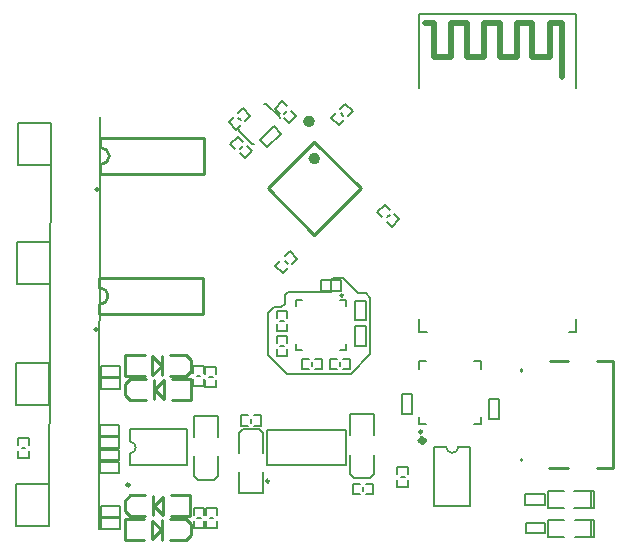
<source format=gto>
G04*
G04 #@! TF.GenerationSoftware,Altium Limited,Altium Designer,18.1.9 (240)*
G04*
G04 Layer_Color=65535*
%FSLAX25Y25*%
%MOIN*%
G70*
G01*
G75*
%ADD10C,0.00984*%
%ADD11C,0.01000*%
%ADD12C,0.00787*%
%ADD13C,0.01968*%
%ADD14C,0.02000*%
%ADD15C,0.00800*%
%ADD16C,0.00600*%
%ADD17C,0.00700*%
D10*
X-66008Y-130879D02*
G03*
X-66008Y-130879I-492J0D01*
G01*
X-65608Y-84179D02*
G03*
X-65608Y-84179I-492J0D01*
G01*
X42150Y-164971D02*
G03*
X42150Y-164971I-492J0D01*
G01*
X15784Y-119457D02*
G03*
X15784Y-119457I-394J0D01*
G01*
X-8823Y-181420D02*
G03*
X-8823Y-181420I-492J0D01*
G01*
D11*
X-65300Y-122587D02*
G03*
X-65393Y-116988I0J2800D01*
G01*
X-64900Y-75887D02*
G03*
X-64993Y-70288I0J2800D01*
G01*
X-55336Y-182700D02*
G03*
X-55336Y-182700I-510J0D01*
G01*
X-65623Y-125691D02*
X-30977D01*
X-65623Y-113683D02*
X-30977D01*
Y-125691D02*
Y-113683D01*
X-65623Y-125691D02*
Y-122689D01*
Y-116987D02*
Y-113683D01*
X-65223Y-78991D02*
X-30577D01*
X-65223Y-66983D02*
X-30577D01*
Y-78991D02*
Y-66983D01*
X-65223Y-78991D02*
Y-75989D01*
Y-70287D02*
Y-66983D01*
X-47245Y-189620D02*
X-44205Y-186580D01*
Y-192750D02*
Y-186580D01*
X-47405Y-189550D02*
X-44205Y-192750D01*
X-41596Y-193200D02*
X-35096D01*
X-41596Y-186200D02*
X-35096D01*
Y-193200D02*
Y-186200D01*
X-47405Y-192870D02*
Y-186390D01*
X-57046Y-187900D02*
X-55345Y-186200D01*
X-50095D01*
X-55345Y-193200D02*
X-50095D01*
X-57046Y-191500D02*
X-55345Y-193200D01*
X-57046Y-191500D02*
Y-187900D01*
X-47000Y-150820D02*
X-43960Y-147780D01*
Y-153950D02*
Y-147780D01*
X-47160Y-150750D02*
X-43960Y-153950D01*
X-41350Y-154400D02*
X-34850D01*
X-41350Y-147400D02*
X-34850D01*
Y-154400D02*
Y-147400D01*
X-47160Y-154070D02*
Y-147590D01*
X-56800Y-149100D02*
X-55100Y-147400D01*
X-49850D01*
X-55100Y-154400D02*
X-49850D01*
X-56800Y-152700D02*
X-55100Y-154400D01*
X-56800Y-152700D02*
Y-149100D01*
X-47840Y-200773D02*
X-44800Y-197733D01*
X-47840Y-200773D02*
Y-194603D01*
X-44640Y-197803D01*
X-56950Y-194153D02*
X-50450D01*
X-56950Y-201153D02*
X-50450D01*
X-56950D02*
Y-194153D01*
X-44640Y-200963D02*
Y-194483D01*
X-36700Y-201153D02*
X-35000Y-199453D01*
X-41950Y-201153D02*
X-36700D01*
X-41950Y-194153D02*
X-36700D01*
X-35000Y-195853D01*
Y-199453D02*
Y-195853D01*
X-47740Y-146020D02*
X-44700Y-142980D01*
X-47740Y-146020D02*
Y-139850D01*
X-44540Y-143050D01*
X-56850Y-139400D02*
X-50350D01*
X-56850Y-146400D02*
X-50350D01*
X-56850D02*
Y-139400D01*
X-44540Y-146210D02*
Y-139730D01*
X-36600Y-146400D02*
X-34900Y-144700D01*
X-41850Y-146400D02*
X-36600D01*
X-41850Y-139400D02*
X-36600D01*
X-34900Y-141100D01*
Y-144700D02*
Y-141100D01*
X84636Y-141357D02*
X90706D01*
X100384D02*
X105781D01*
X84611Y-177016D02*
X90731D01*
X74974Y-144266D02*
Y-144117D01*
Y-144610D02*
Y-144266D01*
Y-174483D02*
Y-173989D01*
X105781Y-177016D02*
Y-141357D01*
X100359Y-177016D02*
X105781D01*
X-9356Y-83800D02*
X6200Y-68244D01*
X21756Y-83800D01*
X6200Y-99356D02*
X21756Y-83800D01*
X-9356D02*
X6200Y-99356D01*
D12*
X-55189Y-172194D02*
G03*
X-55189Y-168206I-157J1994D01*
G01*
X-25900Y-166700D02*
Y-159700D01*
X-33900D02*
X-25900D01*
X-33900Y-166700D02*
Y-159700D01*
X-25900Y-179700D02*
Y-173200D01*
X-27200Y-181000D02*
X-25900Y-179700D01*
X-33900D02*
Y-173200D01*
X-32600Y-181000D02*
X-27200D01*
X-33900Y-179700D02*
X-32600Y-181000D01*
X-36345Y-176200D02*
Y-164200D01*
X-55345D02*
X-36345D01*
X-55345Y-168200D02*
Y-164200D01*
Y-176200D02*
Y-172200D01*
Y-176200D02*
X-36345D01*
X-5276Y-60549D02*
Y-60131D01*
X-10357Y-55607D02*
X-9800D01*
X-18917Y-64875D02*
Y-64168D01*
X-14675Y-69117D02*
X-13968D01*
X-18917Y-64168D02*
X-18778Y-64029D01*
X-9800Y-55607D02*
X-5276Y-60131D01*
X-18917Y-64875D02*
X-14675Y-69117D01*
X-10496Y-55747D02*
X-10357Y-55607D01*
X61933Y-162412D02*
Y-159952D01*
X59473Y-162412D02*
X61933D01*
Y-144007D02*
Y-141546D01*
X59473D02*
X61933D01*
X41067D02*
X43528D01*
X41067Y-144007D02*
Y-141546D01*
Y-162412D02*
Y-159952D01*
Y-162412D02*
X43528D01*
X46200Y-170057D02*
X46200Y-189743D01*
X58200D02*
Y-170057D01*
X46200Y-189743D02*
X58200D01*
X16865Y-176105D02*
Y-164294D01*
X-9512Y-176105D02*
Y-164294D01*
X16865D01*
X-9512Y-176105D02*
X16865D01*
X18177Y-179207D02*
X19477Y-180507D01*
X24877D01*
X18177Y-179207D02*
Y-172707D01*
X24877Y-180507D02*
X26177Y-179207D01*
Y-172707D01*
X18177Y-166207D02*
Y-159207D01*
X26177D01*
Y-166207D02*
Y-159207D01*
X-12224Y-164200D02*
X-10924Y-165500D01*
X-17624Y-164200D02*
X-12224D01*
X-10924Y-172000D02*
Y-165500D01*
X-18924D02*
X-17624Y-164200D01*
X-18924Y-172000D02*
Y-165500D01*
X-10924Y-185500D02*
Y-178500D01*
X-18924Y-185500D02*
X-10924D01*
X-18924D02*
Y-178500D01*
D13*
X7184Y-73901D02*
G03*
X7184Y-73901I-984J0D01*
G01*
X42808Y-167900D02*
G03*
X42808Y-167900I-608J0D01*
G01*
D14*
X5416Y-61526D02*
G03*
X5416Y-61526I-984J0D01*
G01*
X88731Y-46700D02*
Y-28700D01*
X84731D02*
X88731D01*
X84731Y-40200D02*
Y-28700D01*
X68231Y-40200D02*
Y-28700D01*
X62731D02*
X68231D01*
X62731Y-40200D02*
Y-28700D01*
X57231Y-40200D02*
X62731D01*
X57231D02*
Y-28700D01*
X51731D02*
X57231D01*
X46231Y-40200D02*
X51731D01*
X46231D02*
Y-28700D01*
X43231D02*
X46231D01*
X51731Y-40200D02*
Y-28700D01*
X78731Y-40200D02*
X84731D01*
X78731D02*
Y-28700D01*
X73731D02*
X78731D01*
X73731Y-40200D02*
Y-28700D01*
X68231Y-40200D02*
X73731D01*
D15*
X50200Y-170057D02*
G03*
X52200Y-172057I2000J0D01*
G01*
Y-172057D02*
G03*
X54200Y-170057I0J2000D01*
G01*
X41231Y-50500D02*
Y-25700D01*
X93531D01*
Y-50500D02*
Y-25700D01*
X41231Y-131800D02*
Y-127400D01*
Y-131800D02*
X43731D01*
X91031D02*
X93531D01*
Y-127400D01*
X98400Y-199974D02*
X99401D01*
X99401Y-194374D01*
X98400D02*
X99401D01*
X93001Y-199974D02*
X98300Y-199974D01*
X98400Y-199974D02*
Y-194574D01*
X93001Y-194374D02*
X98400Y-194374D01*
X84201Y-199974D02*
X89600Y-199974D01*
X84201Y-199974D02*
Y-199774D01*
Y-194374D01*
X84301Y-194374D01*
X89600D01*
X46200Y-170057D02*
X50200Y-170057D01*
X54200D02*
X58200Y-170057D01*
X98300Y-190274D02*
X99300Y-190274D01*
Y-184674D01*
X98300D02*
X99300D01*
X92901Y-190274D02*
X98201D01*
X98300D02*
Y-184874D01*
X92901Y-184674D02*
X98300D01*
X84101Y-190274D02*
X89500D01*
X84101D02*
Y-190074D01*
Y-184674D01*
X84201D01*
X89500D01*
D16*
X-93250Y-196525D02*
Y-182525D01*
Y-196525D02*
X-82250D01*
Y-182525D01*
X-93250D02*
X-82250D01*
X-29771Y-197187D02*
Y-194840D01*
Y-192840D02*
Y-190494D01*
X-26229Y-197187D02*
Y-194840D01*
Y-192840D02*
Y-190494D01*
X-29771D02*
X-26229D01*
X-29772Y-190495D02*
X-29771Y-190494D01*
X-29772Y-197187D02*
X-26229D01*
X-28600Y-193840D02*
X-27400D01*
X-30071Y-149946D02*
Y-147600D01*
Y-145600D02*
Y-143254D01*
X-26529Y-149946D02*
Y-147600D01*
Y-145600D02*
Y-143254D01*
X-30071D02*
X-26529D01*
X-30072Y-143254D02*
X-30071Y-143254D01*
X-30072Y-149946D02*
X-26529D01*
X-28900Y-146600D02*
X-27700D01*
X-33971Y-197187D02*
Y-194840D01*
Y-192840D02*
Y-190494D01*
X-30429Y-197187D02*
Y-194840D01*
Y-192840D02*
Y-190494D01*
X-33971D02*
X-30429D01*
X-33972Y-190495D02*
X-33971Y-190494D01*
X-33972Y-197187D02*
X-30429D01*
X-32800Y-193840D02*
X-31600D01*
X-30629Y-145550D02*
Y-143204D01*
Y-149897D02*
Y-147550D01*
X-34171Y-145550D02*
Y-143204D01*
Y-149897D02*
Y-147550D01*
Y-149897D02*
X-30629D01*
X-30628Y-149896D01*
X-34171Y-143204D02*
X-30628D01*
X-33000Y-146550D02*
X-31800D01*
X-64929Y-193769D02*
X-58433D01*
X-64929Y-197312D02*
X-58433D01*
X-64929D02*
Y-193769D01*
X-58433Y-197312D02*
Y-193769D01*
X-64929Y-146672D02*
X-58433D01*
X-64929Y-143128D02*
X-58433D01*
Y-146672D02*
Y-143128D01*
X-64929Y-146672D02*
Y-143128D01*
Y-193271D02*
X-58433D01*
X-64929Y-189728D02*
X-58433D01*
Y-193271D02*
Y-189728D01*
X-64929Y-193271D02*
Y-189728D01*
Y-147228D02*
X-58433D01*
X-64929Y-150772D02*
X-58433D01*
X-64929D02*
Y-147228D01*
X-58433Y-150772D02*
Y-147228D01*
X-65329Y-175028D02*
X-58833D01*
X-65329Y-178572D02*
X-58833D01*
X-65329D02*
Y-175028D01*
X-58833Y-178572D02*
Y-175028D01*
X-65329Y-166272D02*
X-58833D01*
X-65329Y-162728D02*
X-58833D01*
Y-166272D02*
Y-162728D01*
X-65329Y-166272D02*
Y-162728D01*
Y-170372D02*
X-58833D01*
X-65329Y-166828D02*
X-58833D01*
Y-170372D02*
Y-166828D01*
X-65329Y-170372D02*
Y-166828D01*
Y-170929D02*
X-58833D01*
X-65329Y-174472D02*
X-58833D01*
X-65329D02*
Y-170929D01*
X-58833Y-174472D02*
Y-170929D01*
X76654Y-198871D02*
Y-195328D01*
X83150Y-198871D02*
Y-195328D01*
X76654Y-195328D02*
X83150Y-195328D01*
X76654Y-198871D02*
X83150Y-198871D01*
X11745Y-118300D02*
Y-114400D01*
X12445Y-113700D01*
X15745D01*
X-3555Y-119400D02*
X-2455Y-118300D01*
X24945Y-139100D02*
Y-120400D01*
X23345Y-118800D02*
X24945Y-120400D01*
X20845Y-118800D02*
X23345D01*
X-2455Y-118300D02*
X-255D01*
X-3555Y-122300D02*
Y-119400D01*
X-4738Y-123483D02*
X-3555Y-122300D01*
X-82191Y-196500D02*
X-81714Y-62000D01*
X-11919Y-67713D02*
X-9414Y-70219D01*
X-7326Y-63120D02*
X-4820Y-65625D01*
X-11919Y-67713D02*
X-7326Y-63120D01*
X-9414Y-70219D02*
X-4820Y-65625D01*
X-3824Y-58924D02*
X-2976Y-58076D01*
X-7019Y-57386D02*
X-4513Y-54881D01*
X219Y-59614D02*
Y-59613D01*
X-2286Y-62119D02*
X219Y-59614D01*
X-3945Y-60460D02*
X-2286Y-62119D01*
X-7019Y-57386D02*
X-5360Y-59045D01*
X-1440Y-57955D02*
X219Y-59614D01*
X-4514Y-54881D02*
X-2855Y-56540D01*
X35329Y-152454D02*
X38872D01*
X35329Y-158950D02*
X38872D01*
X38872Y-152454D01*
X35329Y-158950D02*
Y-152454D01*
X76554Y-189271D02*
Y-185728D01*
X83050Y-189271D02*
Y-185728D01*
X76554D02*
X83050D01*
X76554Y-189271D02*
X83050D01*
X64328Y-154125D02*
X67872D01*
X64328Y-160621D02*
X67872D01*
Y-154125D01*
X64328Y-160621D02*
Y-154125D01*
X19773Y-127829D02*
X23316D01*
X19773Y-121333D02*
X23316D01*
X19773Y-127829D02*
Y-121333D01*
X23316Y-127829D02*
Y-121333D01*
X19773Y-129737D02*
X23317D01*
X19773Y-136233D02*
X23317D01*
Y-129737D01*
X19773Y-136233D02*
Y-129737D01*
X-14800Y-161900D02*
Y-160700D01*
X-18146Y-163071D02*
Y-159528D01*
X-11455D02*
X-11454Y-159529D01*
Y-163071D02*
Y-159529D01*
X-13800Y-163071D02*
X-11454D01*
X-18146D02*
X-15800D01*
X-13800Y-159529D02*
X-11454D01*
X-18146D02*
X-15800D01*
X22400Y-184700D02*
Y-183500D01*
X19054Y-185871D02*
Y-182328D01*
X25745D02*
X25746Y-182329D01*
Y-185871D02*
Y-182329D01*
X23400Y-185871D02*
X25746D01*
X19054D02*
X21400D01*
X23400Y-182329D02*
X25746D01*
X19054D02*
X21400D01*
X5345Y-143000D02*
Y-141800D01*
X1999Y-144171D02*
Y-140628D01*
X8690D02*
X8691Y-140629D01*
Y-144171D02*
Y-140629D01*
X6345Y-144171D02*
X8691D01*
X1999D02*
X4345D01*
X6345Y-140629D02*
X8691D01*
X1999D02*
X4345D01*
X-91350Y-170400D02*
X-90150D01*
X-92522Y-173746D02*
X-88978D01*
X-92522Y-167054D02*
X-92521Y-167054D01*
X-88978D01*
Y-169400D02*
Y-167054D01*
Y-173746D02*
Y-171400D01*
X-92521Y-169400D02*
Y-167054D01*
Y-173746D02*
Y-171400D01*
X-5155Y-136383D02*
X-3955D01*
X-6327Y-133037D02*
X-2783D01*
X-2784Y-139729D02*
X-2783Y-139728D01*
X-6327Y-139729D02*
X-2784D01*
X-6327D02*
Y-137383D01*
Y-135383D02*
Y-133037D01*
X-2784Y-139729D02*
Y-137383D01*
Y-135383D02*
Y-133037D01*
X-3524Y-108076D02*
X-2676Y-108924D01*
X-1986Y-104881D02*
X519Y-107387D01*
X-4214Y-112119D02*
X-4213D01*
X-6719Y-109614D02*
X-4214Y-112119D01*
X-6719Y-109614D02*
X-5060Y-107955D01*
X-3645Y-106540D02*
X-1986Y-104881D01*
X-4214Y-112119D02*
X-2555Y-110460D01*
X-1140Y-109045D02*
X519Y-107386D01*
X30476Y-93424D02*
X31324Y-92576D01*
X27281Y-91886D02*
X29787Y-89381D01*
X34519Y-94114D02*
Y-94113D01*
X32014Y-96619D02*
X34519Y-94114D01*
X30355Y-94960D02*
X32014Y-96619D01*
X27281Y-91886D02*
X28940Y-93545D01*
X32860Y-92455D02*
X34519Y-94114D01*
X29786Y-89381D02*
X31445Y-91040D01*
X-18524Y-70624D02*
X-17676Y-69776D01*
X-16987Y-73819D02*
X-14481Y-71314D01*
X-21719Y-69087D02*
Y-69086D01*
X-19214Y-66581D01*
X-17555Y-68240D01*
X-16140Y-69655D02*
X-14481Y-71314D01*
X-21719Y-69086D02*
X-20060Y-70745D01*
X-18645Y-72160D02*
X-16986Y-73819D01*
X15023Y-58829D02*
X15871Y-59677D01*
X11828Y-60366D02*
X14334Y-62871D01*
X16560Y-55634D02*
X16561D01*
X19066Y-58139D01*
X17407Y-59798D02*
X19066Y-58139D01*
X14334Y-62871D02*
X15993Y-61212D01*
X14902Y-57293D02*
X16561Y-55634D01*
X11829Y-60366D02*
X13488Y-58707D01*
X-19177Y-60329D02*
X-18328Y-61177D01*
X-22372Y-61866D02*
X-19866Y-64371D01*
X-17640Y-57134D02*
X-17639D01*
X-15134Y-59639D01*
X-16793Y-61298D02*
X-15134Y-59639D01*
X-19866Y-64371D02*
X-18207Y-62712D01*
X-19298Y-58793D02*
X-17639Y-57134D01*
X-22371Y-61866D02*
X-20712Y-60207D01*
X-5155Y-128155D02*
X-3955D01*
X-6327Y-131501D02*
X-2784D01*
X-6327Y-124809D02*
X-6327Y-124809D01*
X-2784D01*
Y-127155D02*
Y-124809D01*
Y-131501D02*
Y-129155D01*
X-6327Y-127155D02*
Y-124809D01*
Y-131501D02*
Y-129155D01*
X14673Y-142983D02*
Y-141783D01*
X18020Y-144155D02*
Y-140611D01*
X11327Y-144154D02*
X11328Y-144155D01*
X11327Y-144154D02*
Y-140611D01*
X13673D01*
X15673D02*
X18020D01*
X11327Y-144154D02*
X13673D01*
X15673D02*
X18020D01*
X-81700Y-75947D02*
Y-61947D01*
X-92700D02*
X-81700D01*
X-92700Y-75947D02*
Y-61947D01*
Y-75947D02*
X-81700D01*
X-82200Y-156200D02*
Y-142200D01*
X-93200D02*
X-82200D01*
X-93200Y-156200D02*
Y-142200D01*
Y-156200D02*
X-82200D01*
X35100Y-180000D02*
X36300D01*
X33928Y-183346D02*
X37471D01*
X33928Y-176655D02*
X33929Y-176654D01*
X37471D01*
X37471Y-179000D01*
X37471Y-183346D02*
X37471Y-181000D01*
X33929Y-179000D02*
X33929Y-176654D01*
X33929Y-181000D02*
X33929Y-183346D01*
X-9155Y-139300D02*
X-2755Y-145700D01*
X18345D01*
X24945Y-139100D01*
X15745Y-113700D02*
X20845Y-118800D01*
X-255Y-118300D02*
X11745D01*
X-7155Y-123483D02*
X-4738D01*
X-9155Y-125483D02*
X-7155Y-123483D01*
X-9155Y-127455D02*
Y-125483D01*
Y-139300D02*
Y-127455D01*
X14996Y-118055D02*
Y-114511D01*
X8500Y-118055D02*
Y-114511D01*
Y-118055D02*
X14996D01*
X8500Y-114511D02*
X14996D01*
X-65600Y-197300D02*
X-65114Y-60228D01*
X-82000Y-115600D02*
Y-101600D01*
X-93000D02*
X-82000D01*
X-93000Y-115600D02*
Y-101600D01*
Y-115600D02*
X-82000D01*
D17*
X16791Y-137591D02*
Y-135599D01*
X14799Y-137591D02*
X16791D01*
X209D02*
X2201D01*
X209D02*
Y-135599D01*
Y-123001D02*
Y-121009D01*
X2201D01*
X16791Y-123001D02*
Y-121009D01*
X14799D02*
X16791D01*
M02*

</source>
